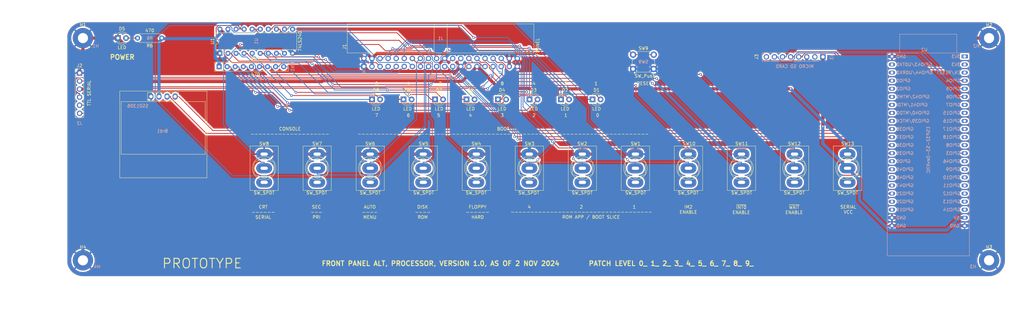
<source format=kicad_pcb>
(kicad_pcb (version 20240108) (generator "pcbnew") (generator_version "8.0")
  (layers (0 "F.Cu" signal) (31 "B.Cu" signal) (34 "B.Paste" user) (35 "F.Paste" user) (36 "B.SilkS" user "B.Silkscreen") (37 "F.SilkS" user "F.Silkscreen") (38 "B.Mask" user) (39 "F.Mask" user) (44 "Edge.Cuts" user))
  (net 0 "")
  (net 1 "GND")
  (net 2 "VCC")
  (net 3 "I2C_SDA_1")
  (net 4 "I2C_SCL_1")
  (net 5 "Net-(D1-K)")
  (net 6 "Net-(D1-A)")
  (net 7 "Net-(D2-K)")
  (net 8 "Net-(D2-A)")
  (net 9 "Net-(D3-A)")
  (net 10 "Net-(D3-K)")
  (net 11 "Net-(D4-K)")
  (net 12 "Net-(D4-A)")
  (net 13 "Net-(D5-A)")
  (net 14 "Net-(D6-A)")
  (net 15 "Net-(D6-K)")
  (net 16 "Net-(D7-A)")
  (net 17 "Net-(D7-K)")
  (net 18 "Net-(D8-K)")
  (net 19 "/LED0")
  (net 20 "/FP-D0")
  (net 21 "/LED1")
  (net 22 "/FP-D1")
  (net 23 "/LED2")
  (net 24 "/FP-D2")
  (net 25 "/LED3")
  (net 26 "/FP-D3")
  (net 27 "/LED4")
  (net 28 "/FP-D4")
  (net 29 "/LED5")
  (net 30 "/FP-D5")
  (net 31 "/LED6")
  (net 32 "/FP-D6")
  (net 33 "/LED7")
  (net 34 "/FP-D7")
  (net 35 "I2C_SDA")
  (net 36 "I2C_SCL")
  (net 37 "~{EXT_RES}")
  (net 38 "~{IM2-EN}")
  (net 39 "~{RTS}")
  (net 40 "~{IM2-EN-OE}")
  (net 41 "/VCC-TS")
  (net 42 "~{INT0-EN}")
  (net 43 "RX")
  (net 44 "~{INT0}")
  (net 45 "TX")
  (net 46 "~{WAIT-EN}")
  (net 47 "~{CTS}")
  (net 48 "~{WAIT}")
  (net 49 "Net-(D8-A)")
  (net 50 "Net-(D9-K)")
  (net 51 "Net-(D9-A)")
  (net 52 "DO")
  (net 53 "CS")
  (net 55 "DI")
  (net 56 "CLK")
  (footprint "Connector_IDC:IDC-Header_2x20_P2.54mm_Horizontal" (layer "F.Cu") (at 128.37 163.9475 90)
    (property "Reference" "J1")
    (property "Value" "FPANEL")
  )
  (footprint "Connector_PinHeader_2.54mm:PinHeader_1x06_P2.54mm_Vertical" (layer "F.Cu") (at 38.937 165.992)
    (property "Reference" "J2")
    (property "Value" "TTL SERIAL")
  )
  (footprint "MountingHole:MountingHole_3.2mm_M3_Pad" (layer "F.Cu") (at 40 155)
    (property "Reference" "H1")
    (property "Value" "MountingHole" (hide yes))
  )
  (footprint "MountingHole:MountingHole_3.2mm_M3_Pad" (layer "F.Cu") (at 325 155)
    (property "Reference" "H2")
    (property "Value" "MountingHole" (hide yes))
  )
  (footprint "MountingHole:MountingHole_3.2mm_M3_Pad" (layer "F.Cu") (at 325 225)
    (property "Reference" "H3")
    (property "Value" "MountingHole" (hide yes))
  )
  (footprint "MountingHole:MountingHole_3.2mm_M3_Pad" (layer "F.Cu") (at 40 225)
    (property "Reference" "H4")
    (property "Value" "MountingHole" (hide yes))
  )
  (footprint "LED_THT:LED_D3.0mm" (layer "F.Cu") (at 51 155)
    (property "Reference" "D5")
    (property "Value" "LED")
  )
  (footprint "Resistor_THT:R_Axial_DIN0207_L6.3mm_D2.5mm_P7.62mm_Horizontal" (layer "F.Cu") (at 64.81 155 180)
    (property "Reference" "R6")
    (property "Value" "470")
  )
  (footprint "LED_THT:LED_D3.0mm" (layer "F.Cu") (at 170.549 174.327)
    (property "Reference" "D4")
    (property "Value" "LED")
  )
  (footprint "Button_Switch_THT:SW_PUSH_6mm" (layer "F.Cu") (at 213.031 160.222)
    (property "Reference" "SW9")
    (property "Value" "SW_Push")
  )
  (footprint "LED_THT:LED_D3.0mm" (layer "F.Cu") (at 160.6431 174.327)
    (property "Reference" "D6")
    (property "Value" "LED")
  )
  (footprint "LED_THT:LED_D3.0mm" (layer "F.Cu") (at 180.4549 174.3293)
    (property "Reference" "D3")
    (property "Value" "LED")
  )
  (footprint "Package_DIP:DIP-20_W7.62mm" (layer "F.Cu") (at 83.075 159.8 90)
    (property "Reference" "U1")
    (property "Value" "74LS240")
  )
  (footprint "SW_Toggle_Blue_wSlots:SW_Toggle_Blue_wSlots" (layer "F.Cu") (at 97 196 -90)
    (property "Reference" "SW8")
    (property "Value" "SW_SPDT")
  )
  (footprint "SW_Toggle_Blue_wSlots:SW_Toggle_Blue_wSlots" (layer "F.Cu") (at 180.405 196 -90)
    (property "Reference" "SW3")
    (property "Value" "SW_SPDT")
  )
  (footprint "SW_Toggle_Blue_wSlots:SW_Toggle_Blue_wSlots" (layer "F.Cu") (at 113.681 196 -90)
    (property "Reference" "SW7")
    (property "Value" "SW_SPDT")
  )
  (footprint "SW_Toggle_Blue_wSlots:SW_Toggle_Blue_wSlots" (layer "F.Cu") (at 213.767 196 -90)
    (property "Reference" "SW1")
    (property "Value" "SW_SPDT")
  )
  (footprint "SW_Toggle_Blue_wSlots:SW_Toggle_Blue_wSlots" (layer "F.Cu") (at 147.043 196 -90)
    (property "Reference" "SW5")
    (property "Value" "SW_SPDT")
  )
  (footprint "LED_THT:LED_D3.0mm" (layer "F.Cu") (at 190.3608 174.3288)
    (property "Reference" "D2")
    (property "Value" "LED")
  )
  (footprint "SW_Toggle_Blue_wSlots:SW_Toggle_Blue_wSlots" (layer "F.Cu") (at 230.448 196 -90)
    (property "Reference" "SW10")
    (property "Value" "SW_SPDT")
  )
  (footprint "LED_THT:LED_D3.0mm" (layer "F.Cu") (at 150.7373 174.3288)
    (property "Reference" "D7")
    (property "Value" "LED")
  )
  (footprint "SW_Toggle_Blue_wSlots:SW_Toggle_Blue_wSlots" (layer "F.Cu") (at 130.362 196 -90)
    (property "Reference" "SW6")
    (property "Value" "SW_SPDT")
  )
  (footprint "SW_Toggle_Blue_wSlots:SW_Toggle_Blue_wSlots" (layer "F.Cu") (at 247.129 196 -90)
    (property "Reference" "SW11")
    (property "Value" "SW_SPDT")
  )
  (footprint "Resistor_THT:R_Array_SIP9" (layer "F.Cu") (at 82.825 164)
    (property "Reference" "RN1")
    (property "Value" "470")
  )
  (footprint "LED_THT:LED_D3.0mm" (layer "F.Cu") (at 140.8314 174.327)
    (property "Reference" "D8")
    (property "Value" "LED")
  )
  (footprint "LED_THT:LED_D3.0mm" (layer "F.Cu") (at 200.2666 174.327)
    (property "Reference" "D1")
    (property "Value" "LED")
  )
  (footprint "SW_Toggle_Blue_wSlots:SW_Toggle_Blue_wSlots" (layer "F.Cu") (at 197.086 196 -90)
    (property "Reference" "SW2")
    (property "Value" "SW_SPDT")
  )
  (footprint "LED_THT:LED_D3.0mm" (layer "F.Cu") (at 130.9255 174.327)
    (property "Reference" "D9")
    (property "Value" "LED")
  )
  (footprint "SSD1306:128x64OLED" (layer "F.Cu") (at 65 184)
    (property "Reference" "Brd1")
    (property "Value" "SSD1306")
  )
  (footprint "SW_Toggle_Blue_wSlots:SW_Toggle_Blue_wSlots" (layer "F.Cu") (at 280.491 196 -90)
    (property "Reference" "SW13")
    (property "Value" "SW_SPDT")
  )
  (footprint "SW_Toggle_Blue_wSlots:SW_Toggle_Blue_wSlots" (layer "F.Cu") (at 263.81 196 -90)
    (property "Reference" "SW12")
    (property "Value" "SW_SPDT")
  )
  (footprint "SW_Toggle_Blue_wSlots:SW_Toggle_Blue_wSlots" (layer "F.Cu") (at 163.724 196 -90)
    (property "Reference" "SW4")
    (property "Value" "SW_SPDT")
  )
  (footprint "Connector_PinSocket_2.54mm:PinSocket_1x08_P2.54mm_Vertical" (layer "B.Cu") (at 272.744 160.912 90)
    (property "Reference" "J3")
    (property "Value" "MICRO SD CARD")
  )
  (footprint "Espressif:ESP32-S3-DevKitC" (layer "B.Cu") (at 317.3173 160.7877 180)
    (property "Reference" "U2")
    (property "Value" "ESP32-S3-DevKitC")
  )
  (gr_line (start 40 230) (end 325 230) (stroke (width 0.05)) (layer "Edge.Cuts"))
  (gr_line (start 35 155) (end 35 225) (stroke (width 0.05)) (layer "Edge.Cuts"))
  (gr_line (start 325 150) (end 40 150) (stroke (width 0.05)) (layer "Edge.Cuts"))
  (gr_line (start 330 225) (end 330 155) (stroke (width 0.05)) (layer "Edge.Cuts"))
  (gr_arc (start 325 150) (mid 328.535534 151.464466) (end 330 155) (stroke (width 0.05)) (layer "Edge.Cuts"))
  (gr_arc (start 40 230) (mid 36.464466 228.535534) (end 35 225) (stroke (width 0.05)) (layer "Edge.Cuts"))
  (gr_arc (start 35 155) (mid 36.464466 151.464466) (end 40 150) (stroke (width 0.05)) (layer "Edge.Cuts"))
  (gr_arc (start 330 225) (mid 328.535534 228.535534) (end 325 230) (stroke (width 0.05)) (layer "Edge.Cuts"))
  (gr_text "FRONT PANEL ALT, PROCESSOR, VERSION 1.0, AS OF 2 NOV 2024" (at 152.5 226 0) (layer "F.SilkS") (effects (font (size 1.5 1.5) (thickness 0.3))))
  (gr_text "~{INT0}\nENABLE" (at 247.066 209.122861 0) (layer "F.SilkS") (effects (font (size 1 1))))
  (gr_text "POWER" (at 52.366487 161 0) (layer "F.SilkS") (effects (font (size 1.5 1.5) (thickness 0.3))))
  (gr_text "4" (at 180.391 208.197056 0) (layer "F.SilkS") (effects (font (size 1 1))))
  (gr_text "8" (at 132.378 169.327 0) (layer "F.SilkS") (effects (font (size 1 1))))
  (gr_text "1" (at 161.878 169.327 0) (layer "F.SilkS") (effects (font (size 1 1))))
  (gr_text "2" (at 152.378 169.327 0) (layer "F.SilkS") (effects (font (size 1 1))))
  (gr_text "2" (at 181.878 179.327 0) (layer "F.SilkS") (effects (font (size 1 1))))
  (gr_text "SERIAL\nVCC" (at 280.721 209.002028 0) (layer "F.SilkS") (effects (font (size 1 1))))
  (gr_text "1" (at 201.378 169.327 0) (layer "F.SilkS") (effects (font (size 1 1))))
  (gr_text "2" (at 191.878 169.327 0) (layer "F.SilkS") (effects (font (size 1 1))))
  (gr_text "1" (at 191.878 179.327 0) (layer "F.SilkS") (effects (font (size 1 1))))
  (gr_text "SEC\n---\nPRI" (at 113.462 209.807 0) (layer "F.SilkS") (effects (font (size 1 1))))
  (gr_text "DISK\n----\nROM" (at 146.863 209.807 0) (layer "F.SilkS") (effects (font (size 1 1))))
  (gr_text "------------------------------------\n        ROM APP / BOOT SLICE" (at 196.774 210.569 0) (layer "F.SilkS") (effects (font (size 1 1))))
  (gr_text "PATCH LEVEL 0_ 1_ 2_ 3_ 4_ 5_ 6_ 7_ 8_ 9_" (at 225 226 0) (layer "F.SilkS") (effects (font (size 1.5 1.5) (thickness 0.3))))
  (gr_text "7" (at 132.378 179.327 0) (layer "F.SilkS") (effects (font (size 1 1))))
  (gr_text "PROTOTYPE" (at 77.5 226 0) (layer "F.SilkS") (effects (font (size 3 3) (thickness 0.3))))
  (gr_text "4" (at 181.878 169.327 0) (layer "F.SilkS") (effects (font (size 1 1))))
  (gr_text "BOOT\n--------------------------------------------------------------------------" (at 172.16 184.407 0) (layer "F.SilkS") (effects (font (size 1 1))))
  (gr_text "1" (at 213.411 208.197056 0) (layer "F.SilkS") (effects (font (size 1 1))))
  (gr_text "5" (at 151.878 179.327 0) (layer "F.SilkS") (effects (font (size 1 1))))
  (gr_text "AUTO\n----\nMENU" (at 130.226 209.807 0) (layer "F.SilkS") (effects (font (size 1 1))))
  (gr_text "2" (at 196.774 208.197056 0) (layer "F.SilkS") (effects (font (size 1 1))))
  (gr_text "8" (at 171.878 169.327 0) (layer "F.SilkS") (effects (font (size 1 1))))
  (gr_text "FLOPPY\n------\nHARD" (at 164.135 209.807 0) (layer "F.SilkS") (effects (font (size 1 1))))
  (gr_text "4" (at 142.378 169.327 0) (layer "F.SilkS") (effects (font (size 1 1))))
  (gr_text "RESET" (at 216.483 169.294 0) (layer "F.SilkS") (effects (font (size 1 1))))
  (gr_text "CRT\n------\nSERIAL" (at 96.722 209.807 0) (layer "F.SilkS") (effects (font (size 1 1))))
  (gr_text "~{WAIT}\nENABLE" (at 263.703 209.122861 0) (layer "F.SilkS") (effects (font (size 1 1))))
  (gr_text "3" (at 171.878 179.327 0) (layer "F.SilkS") (effects (font (size 1 1))))
  (gr_text "4" (at 161.878 179.327 0) (layer "F.SilkS") (effects (font (size 1 1))))
  (gr_text "CONSOLE\n--------------------" (at 105.104 184.407 0) (layer "F.SilkS") (effects (font (size 1 1))))
  (gr_text "IM2\nENABLE" (at 230.429 209.002028 0) (layer "F.SilkS") (effects (font (size 1 1))))
  (gr_text "6" (at 142.378 179.327 0) (layer "F.SilkS") (effects (font (size 1 1))))
  (gr_text "0" (at 201.878 179.327 0) (layer "F.SilkS") (effects (font (size 1 1))))
  (segment (start 197.086 191.55) (end 200.2861 191.55) (width 1) (layer "F.Cu") (net 1))
  (segment (start 130.362 191.55) (end 133.5621 191.55) (width 1) (layer "F.Cu") (net 1))
  (segment (start 157.294 165.5035) (end 129.926 165.5035) (width 1) (layer "F.Cu") (net 1))
  (segment (start 213.767 191.55) (end 210.5669 191.55) (width 1) (layer "F.Cu") (net 1))
  (segment (start 128.37 161.4075) (end 126.7625 159.8) (width 1) (layer "F.Cu") (net 1))
  (segment (start 55.8 159.8) (end 51 155) (width 1) (layer "F.Cu") (net 1))
  (segment (start 40 163.3789) (end 38.937 164.4419) (width 1) (layer "F.Cu") (net 1))
  (segment (start 38.937 165.992) (end 38.937 164.4419) (width 1) (layer "F.Cu") (net 1))
  (segment (start 143.8429 191.55) (end 133.5621 191.55) (width 1) (layer "F.Cu") (net 1))
  (segment (start 147.043 191.55) (end 163.724 191.55) (width 1) (layer "F.Cu") (net 1))
  (segment (start 294.4573 160.7877) (end 296.1574 160.7877) (width 1) (layer "F.Cu") (net 1))
  (segment (start 296.1574 214.125) (end 296.1574 211.5877) (width 1) (layer "F.Cu") (net 1))
  (segment (start 317.321 214.125) (end 315.6209 214.125) (width 1) (layer "F.Cu") (net 1))
  (segment (start 325 155) (end 301.9451 155) (width 1) (layer "F.Cu") (net 1))
  (segment (start 83.075 159.8) (end 55.8 159.8) (width 1) (layer "F.Cu") (net 1))
  (segment (start 210.5669 191.55) (end 200.2861 191.55) (width 1) (layer "F.Cu") (net 1))
  (segment (start 176.63 161.4075) (end 176.63 163.9475) (width 1) (layer "F.Cu") (net 1))
  (segment (start 296.1574 214.1277) (end 296.1574 214.125) (width 1) (layer "F.Cu") (net 1))
  (segment (start 130.362 191.55) (end 113.681 191.55) (width 1) (layer "F.Cu") (net 1))
  (segment (start 163.724 191.55) (end 166.9241 191.55) (width 1) (layer "F.Cu") (net 1))
  (segment (start 40 155) (end 40 163.3789) (width 1) (layer "F.Cu") (net 1))
  (segment (start 294.4573 214.1277) (end 296.1574 214.1277) (width 1) (layer "F.Cu") (net 1))
  (segment (start 147.043 191.55) (end 143.8429 191.55) (width 1) (layer "F.Cu") (net 1))
  (segment (start 315.6209 214.125) (end 296.1574 214.125) (width 1) (layer "F.Cu") (net 1))
  (segment (start 51 155) (end 40 155) (width 1) (layer "F.Cu") (net 1))
  (segment (start 158.85 163.9475) (end 157.294 165.5035) (width 1) (layer "F.Cu") (net 1))
  (segment (start 105.935 159.8) (end 107.4351 159.8) (width 1) (layer "F.Cu") (net 1))
  (segment (start 301.9451 155) (end 296.1574 160.7877) (width 1) (layer "F.Cu") (net 1))
  (segment (start 129.926 165.5035) (end 128.37 163.9475) (width 1) (layer "F.Cu") (net 1))
  (segment (start 294.4573 211.5877) (end 296.1574 211.5877) (width 1) (layer "F.Cu") (net 1))
  (segment (start 113.681 191.55) (end 97 191.55) (width 1) (layer "F.Cu") (net 1))
  (segment (start 126.7625 159.8) (end 107.4351 159.8) (width 1) (layer "F.Cu") (net 1))
  (segment (start 180.405 191.55) (end 197.086 191.55) (width 1) (layer "F.Cu") (net 1))
  (segment (start 166.9241 191.55) (end 180.405 191.55) (width 1) (layer "F.Cu") (net 1))
  (segment (start 40 194.03) (end 40 225) (width 1) (layer "B.Cu") (net 1))
  (segment (start 219.531 164.722) (end 265.4041 164.722) (width 1) (layer "B.Cu") (net 1))
  (segment (start 60.63 166.2301) (end 51 156.6001) (width 1) (layer "B.Cu") (net 1))
  (segment (start 61.38 173.4) (end 60.63 173.4) (width 1) (layer "B.Cu") (net 1))
  (segment (start 158.85 163.9475) (end 158.85 164.7719) (width 1) (layer "B.Cu") (net 1))
  (segment (start 51 155) (end 51 156.6001) (width 1) (layer "B.Cu") (net 1))
  (segment (start 267.664 160.912) (end 267.664 162.4621) (width 1) (layer "B.Cu") (net 1))
  (segment (start 265.4041 164.722) (end 267.664 162.4621) (width 1) (layer "B.Cu") (net 1))
  (segment (start 213.767 189.2499) (end 212.7931 188.276) (width 1) (layer "B.Cu") (net 1))
  (segment (start 317.321 214.125) (end 319.0211 214.125) (width 1) (layer "B.Cu") (net 1))
  (segment (start 212.7931 164.9599) (end 213.031 164.722) (width 1) (layer "B.Cu") (net 1))
  (segment (start 294.4573 211.5877) (end 292.7572 211.5877) (width 1) (layer "B.Cu") (net 1))
  (segment (start 292.7572 211.5877) (end 292.7572 164.1365) (width 1) (layer "B.Cu") (net 1))
  (segment (start 60.63 173.4) (end 40 194.03) (width 1) (layer "B.Cu") (net 1))
  (segment (start 168.5728 172.0047) (end 176.63 163.9475) (width 1) (layer "B.Cu") (net 1))
  (segment (start 294.4573 160.7877) (end 292.7572 160.7877) (width 1) (layer "B.Cu") (net 1))
  (segment (start 319.0211 219.0211) (end 319.0211 214.125) (width 1) (layer "B.Cu") (net 1))
  (segment (start 83.075 159.8) (end 83.075 158.2999) (width 1) (layer "B.Cu") (net 1))
  (segment (start 158.85 164.7719) (end 166.0828 172.0047) (width 1) (layer "B.Cu") (net 1))
  (segment (start 180.405 191.55) (end 180.405 187.2281) (width 1) (layer "B.Cu") (net 1))
  (segment (start 155.3202 159.8573) (end 175.0798 159.8573) (width 1) (layer "B.Cu") (net 1))
  (segment (start 325 225) (end 319.0211 219.0211) (width 1) (layer "B.Cu") (net 1))
  (segment (start 153.77 161.4075) (end 155.3202 159.8573) (width 1) (layer "B.Cu") (net 1))
  (segment (start 83.075 158.2999) (end 85.615 155.7599) (width 1) (layer "B.Cu") (net 1))
  (segment (start 212.7931 188.276) (end 212.7931 164.9599) (width 1) (layer "B.Cu") (net 1))
  (segment (start 166.0828 172.0047) (end 168.5728 172.0047) (width 1) (layer "B.Cu") (net 1))
  (segment (start 85.615 155.7599) (end 85.615 152.18) (width 1) (layer "B.Cu") (net 1))
  (segment (start 180.405 187.2281) (end 168.5728 175.3959) (width 1) (layer "B.Cu") (net 1))
  (segment (start 101.8949 155.7599) (end 85.615 155.7599) (width 1) (layer "B.Cu") (net 1))
  (segment (start 128.37 161.4075) (end 128.37 163.9475) (width 1) (layer "B.Cu") (net 1))
  (segment (start 213.031 164.722) (end 219.531 164.722) (width 1) (layer "B.Cu") (net 1))
  (segment (start 175.0798 159.8573) (end 176.63 161.4075) (width 1) (layer "B.Cu") (net 1))
  (segment (start 60.63 173.4) (end 60.63 166.2301) (width 1) (layer "B.Cu") (net 1))
  (segment (start 267.664 162.4621) (end 291.0828 162.4621) (width 1) (layer "B.Cu") (net 1))
  (segment (start 291.0828 162.4621) (end 292.7572 160.7877) (width 1) (layer "B.Cu") (net 1))
  (segment (start 292.7572 164.1365) (end 291.0828 162.4621) (width 1) (layer "B.Cu") (net 1))
  (segment (start 105.935 159.8) (end 101.8949 155.7599) (width 1) (layer "B.Cu") (net 1))
  (segment (start 168.5728 175.3959) (end 168.5728 172.0047) (width 1) (layer "B.Cu") (net 1))
  (segment (start 213.767 191.55) (end 213.767 189.2499) (width 1) (layer "B.Cu") (net 1))
  (segment (start 89.0222 158.1272) (end 127.6297 158.1272) (width 1) (layer "F.Cu") (net 2))
  (segment (start 195.6537 162.4982) (end 272.7079 162.4982) (width 1) (layer "F.Cu") (net 2))
  (segment (start 175.6752 159.8223) (end 192.9778 159.8223) (width 1) (layer "F.Cu") (net 2))
  (segment (start 272.744 160.912) (end 272.744 162.4621) (width 1) (layer "F.Cu") (net 2))
  (segment (start 127.6297 158.1272) (end 130.91 161.4075) (width 1) (layer "F.Cu") (net 2))
  (segment (start 83.075 152.18) (end 89.0222 158.1272) (width 1) (layer "F.Cu") (net 2))
  (segment (start 174.09 163.9475) (end 174.09 161.4075) (width 1) (layer "F.Cu") (net 2))
  (segment (start 132.4648 159.8527) (end 130.91 161.4075) (width 1) (layer "F.Cu") (net 2))
  (segment (start 172.5352 159.8527) (end 132.4648 159.8527) (width 1) (layer "F.Cu") (net 2))
  (segment (start 272.7079 162.4982) (end 272.744 162.4621) (width 1) (layer "F.Cu") (net 2))
  (segment (start 192.9778 159.8223) (end 195.6537 162.4982) (width 1) (layer "F.Cu") (net 2))
  (segment (start 272.7079 162.4982) (end 272.7079 182.8109) (width 1) (layer "F.Cu") (net 2))
  (segment (start 174.09 161.4075) (end 175.6752 159.8223) (width 1) (layer "F.Cu") (net 2))
  (segment (start 174.09 161.4075) (end 172.5352 159.8527) (width 1) (layer "F.Cu") (net 2))
  (via (at 272.7079 182.8109) (size 0.8) (drill 0.4) (layers "F.Cu" "B.Cu") (net 2))
  (segment (start 64.9903 155.1803) (end 64.81 155) (width 1) (layer "B.Cu") (net 2))
  (segment (start 284.2371 199.7461) (end 280.491 196) (width 1) (layer "B.Cu") (net 2))
  (segment (start 63.92 156.2506) (end 64.9903 155.1803) (width 1) (layer "B.Cu") (net 2))
  (segment (start 272.7079 188.2169) (end 272.7079 182.8109) (width 1) (layer "B.Cu") (net 2))
  (segment (start 293.5274 215.4438) (end 284.2371 206.1535) (width 1) (layer "B.Cu") (net 2))
  (segment (start 83.075 152.18) (end 83.075 153.6801) (width 1) (layer "B.Cu") (net 2))
  (segment (start 315.6209 211.585) (end 311.7621 215.4438) (width 1) (layer "B.Cu") (net 2))
  (segment (start 63.92 173.4) (end 63.92 156.2506) (width 1) (layer "B.Cu") (net 2))
  (segment (start 82.825 162.4999) (end 81.5748 161.2497) (width 1) (layer "B.Cu") (net 2))
  (segment (start 284.2371 206.1535) (end 284.2371 199.7461) (width 1) (layer "B.Cu") (net 2))
  (segment (start 81.5748 155.1803) (end 83.075 153.6801) (width 1) (layer "B.Cu") (net 2))
  (segment (start 81.5748 161.2497) (end 81.5748 155.1803) (width 1) (layer "B.Cu") (net 2))
  (segment (start 311.7621 215.4438) (end 293.5274 215.4438) (width 1) (layer "B.Cu") (net 2))
  (segment (start 130.91 161.4075) (end 130.91 163.9475) (width 1) (layer "B.Cu") (net 2))
  (segment (start 280.491 196) (end 272.7079 188.2169) (width 1) (layer "B.Cu") (net 2))
  (segment (start 81.5748 155.1803) (end 64.9903 155.1803) (width 1) (layer "B.Cu") (net 2))
  (segment (start 317.321 211.585) (end 315.6209 211.585) (width 1) (layer "B.Cu") (net 2))
  (segment (start 82.825 164) (end 82.825 162.4999) (width 1) (layer "B.Cu") (net 2))
  (segment (start 80.8479 184.1228) (end 70.1251 173.4) (width 0.25) (layer "F.Cu") (net 3))
  (segment (start 291.0673 184.1228) (end 80.8479 184.1228) (width 0.25) (layer "F.Cu") (net 3))
  (segment (start 69 173.4) (end 70.1251 173.4) (width 0.25) (layer "F.Cu") (net 3))
  (segment (start 293.1322 186.1877) (end 291.0673 184.1228) (width 0.25) (layer "F.Cu") (net 3))
  (segment (start 294.4573 186.1877) (end 293.1322 186.1877) (width 0.25) (layer "F.Cu") (net 3))
  (segment (start 67.5851 173.4) (end 67.5851 173.8219) (width 0.25) (layer "F.Cu") (net 4))
  (segment (start 67.5851 173.8219) (end 78.7863 185.0231) (width 0.25) (layer "F.Cu") (net 4))
  (segment (start 66.46 173.4) (end 67.5851 173.4) (width 0.25) (layer "F.Cu") (net 4))
  (segment (start 78.7863 185.0231) (end 289.4276 185.0231) (width 0.25) (layer "F.Cu") (net 4))
  (segment (start 289.4276 185.0231) (end 293.1322 188.7277) (width 0.25) (layer "F.Cu") (net 4))
  (segment (start 294.4573 188.7277) (end 293.1322 188.7277) (width 0.25) (layer "F.Cu") (net 4))
  (segment (start 200.2666 174.327) (end 199.0415 174.327) (width 0.25) (layer "B.Cu") (net 5))
  (segment (start 89.2801 152.18) (end 89.2801 151.8987) (width 0.25) (layer "B.Cu") (net 5))
  (segment (start 89.2801 151.8987) (end 90.6006 150.5782) (width 0.25) (layer "B.Cu") (net 5))
  (segment (start 88.155 152.18) (end 89.2801 152.18) (width 0.25) (layer "B.Cu") (net 5))
  (segment (start 90.6006 150.5782) (end 175.2927 150.5782) (width 0.25) (layer "B.Cu") (net 5))
  (segment (start 175.2927 150.5782) (end 199.0415 174.327) (width 0.25) (layer "B.Cu") (net 5))
  (segment (start 99.73 172.1066) (end 94.3154 172.1066) (width 0.25) (layer "F.Cu") (net 6))
  (segment (start 173.7308 176.0709) (end 103.6943 176.0709) (width 0.25) (layer "F.Cu") (net 6))
  (segment (start 177.15 172.6517) (end 173.7308 176.0709) (width 0.25) (layer "F.Cu") (net 6))
  (segment (start 103.6943 176.0709) (end 99.73 172.1066) (width 0.25) (layer "F.Cu") (net 6))
  (segment (start 201.1313 172.6517) (end 177.15 172.6517) (width 0.25) (layer "F.Cu") (net 6))
  (segment (start 202.8066 174.327) (end 201.1313 172.6517) (width 0.25) (layer "F.Cu") (net 6))
  (via (at 94.3154 172.1066) (size 0.8) (drill 0.4) (layers "F.Cu" "B.Cu") (net 6))
  (segment (start 85.365 164) (end 86.4901 164) (width 0.25) (layer "B.Cu") (net 6))
  (segment (start 86.4901 164.2813) (end 94.3154 172.1066) (width 0.25) (layer "B.Cu") (net 6))
  (segment (start 86.4901 164) (end 86.4901 164.2813) (width 0.25) (layer "B.Cu") (net 6))
  (segment (start 139.4358 155.695) (end 97.5938 155.695) (width 0.25) (layer "F.Cu") (net 7))
  (segment (start 97.5938 155.695) (end 94.3601 152.4613) (width 0.25) (layer "F.Cu") (net 7))
  (segment (start 94.3601 152.4613) (end 94.3601 152.18) (width 0.25) (layer "F.Cu") (net 7))
  (segment (start 177.4026 157.4738) (end 143.6347 157.4738) (width 0.25) (layer "F.Cu") (net 7))
  (segment (start 143.6347 157.4738) (end 143.0697 158.0388) (width 0.25) (layer "F.Cu") (net 7))
  (segment (start 143.0697 158.0388) (end 141.7796 158.0388) (width 0.25) (layer "F.Cu") (net 7))
  (segment (start 93.235 152.18) (end 94.3601 152.18) (width 0.25) (layer "F.Cu") (net 7))
  (segment (start 141.7796 158.0388) (end 139.4358 155.695) (width 0.25) (layer "F.Cu") (net 7))
  (via (at 177.4026 157.4738) (size 0.8) (drill 0.4) (layers "F.Cu" "B.Cu") (net 7))
  (segment (start 190.3608 174.3288) (end 190.3608 170.432) (width 0.25) (layer "B.Cu") (net 7))
  (segment (start 190.3608 170.432) (end 177.4026 157.4738) (width 0.25) (layer "B.Cu") (net 7))
  (segment (start 174.1349 176.5282) (end 101.2769 176.5282) (width 0.25) (layer "F.Cu") (net 8))
  (segment (start 177.5594 173.1037) (end 174.1349 176.5282) (width 0.25) (layer "F.Cu") (net 8))
  (segment (start 191.6757 173.1037) (end 177.5594 173.1037) (width 0.25) (layer "F.Cu") (net 8))
  (segment (start 192.9008 174.3288) (end 191.6757 173.1037) (width 0.25) (layer "F.Cu") (net 8))
  (via (at 101.2769 176.5282) (size 0.8) (drill 0.4) (layers "F.Cu" "B.Cu") (net 8))
  (segment (start 89.0301 164) (end 89.0301 164.2814) (width 0.25) (layer "B.Cu") (net 8))
  (segment (start 87.905 164) (end 89.0301 164) (width 0.25) (layer "B.Cu") (net 8))
  (segment (start 89.0301 164.2814) (end 101.2769 176.5282) (width 0.25) (layer "B.Cu") (net 8))
  (segment (start 179.5923 177.7319) (end 105.0207 177.7319) (width 0.25) (layer "F.Cu") (net 9))
  (segment (start 182.9949 174.3293) (end 179.5923 177.7319) (width 0.25) (layer "F.Cu") (net 9))
  (via (at 105.0207 177.7319) (size 0.8) (drill 0.4) (layers "F.Cu" "B.Cu") (net 9))
  (segment (start 91.5701 164.2813) (end 91.5701 164) (width 0.25) (layer "B.Cu") (net 9))
  (segment (start 105.0207 177.7319) (end 91.5701 164.2813) (width 0.25) (layer "B.Cu") (net 9))
  (segment (start 90.445 164) (end 91.5701 164) (width 0.25) (layer "B.Cu") (net 9))
  (segment (start 100.295 151.0438) (end 159.0996 151.0438) (width 0.25) (layer "F.Cu") (net 10))
  (segment (start 159.0996 151.0438) (end 162.8884 154.8326) (width 0.25) (layer "F.Cu") (net 10))
  (segment (start 99.4401 151.8987) (end 100.295 151.0438) (width 0.25) (layer "F.Cu") (net 10))
  (segment (start 99.4401 152.18) (end 99.4401 151.8987) (width 0.25) (layer "F.Cu") (net 10))
  (segment (start 98.315 152.18) (end 99.4401 152.18) (width 0.25) (layer "F.Cu") (net 10))
  (via (at 162.8884 154.8326) (size 0.8) (drill 0.4) (layers "F.Cu" "B.Cu") (net 10))
  (segment (start 180.4549 174.3293) (end 180.4549 173.1042) (width 0.25) (layer "B.Cu") (net 10))
  (segment (start 180.4549 161.6343) (end 180.4549 173.1042) (width 0.25) (layer "B.Cu") (net 10))
  (segment (start 162.8884 154.8326) (end 173.6532 154.8326) (width 0.25) (layer "B.Cu") (net 10))
  (segment (start 173.6532 154.8326) (end 180.4549 161.6343) (width 0.25) (layer "B.Cu") (net 10))
  (segment (start 171.7741 173.8676) (end 171.7741 174.327) (width 0.25) (layer "F.Cu") (net 11))
  (segment (start 170.549 174.327) (end 171.7741 174.327) (width 0.25) (layer "F.Cu") (net 11))
  (segment (start 173.7152 171.9265) (end 171.7741 173.8676) (width 0.25) (layer "F.Cu") (net 11))
  (segment (start 179.5767 171.9265) (end 173.7152 171.9265) (width 0.25) (layer "F.Cu") (net 11))
  (via (at 179.5767 171.9265) (size 0.8) (drill 0.4) (layers "F.Cu" "B.Cu") (net 11))
  (segment (start 174.1416 155.9577) (end 179.5767 161.3928) (width 0.25) (layer "B.Cu") (net 11))
  (segment (start 104.5201 152.18) (end 104.5201 151.8987) (width 0.25) (layer "B.Cu") (net 11))
  (segment (start 162.7888 155.9577) (end 174.1416 155.9577) (width 0.25) (layer "B.Cu") (net 11))
  (segment (start 179.5767 161.3928) (end 179.5767 171.9265) (width 0.25) (layer "B.Cu") (net 11))
  (segment (start 105.3904 151.0284) (end 157.8595 151.0284) (width 0.25) (layer "B.Cu") (net 11))
  (segment (start 104.5201 151.8987) (end 105.3904 151.0284) (width 0.25) (layer "B.Cu") (net 11))
  (segment (start 157.8595 151.0284) (end 162.7888 155.9577) (width 0.25) (layer "B.Cu") (net 11))
  (segment (start 103.395 152.18) (end 104.5201 152.18) (width 0.25) (layer "B.Cu") (net 11))
  (segment (start 173.089 174.327) (end 171.8376 175.5784) (width 0.25) (layer "F.Cu") (net 12))
  (segment (start 171.8376 175.5784) (end 104.5634 175.5784) (width 0.25) (layer "F.Cu") (net 12))
  (segment (start 104.5634 175.5784) (end 104.3139 175.3289) (width 0.25) (layer "F.Cu") (net 12))
  (via (at 104.3139 175.3289) (size 0.8) (drill 0.4) (layers "F.Cu" "B.Cu") (net 12))
  (segment (start 92.985 164) (end 104.3139 175.3289) (width 0.25) (layer "B.Cu") (net 12))
  (segment (start 57.19 155) (end 53.54 155) (width 0.25) (layer "F.Cu") (net 13))
  (segment (start 96.6501 164) (end 96.6501 164.2813) (width 0.25) (layer "F.Cu") (net 14))
  (segment (start 98.9724 166.6036) (end 155.4597 166.6036) (width 0.25) (layer "F.Cu") (net 14))
  (segment (start 95.525 164) (end 96.6501 164) (width 0.25) (layer "F.Cu") (net 14))
  (segment (start 96.6501 164.2813) (end 98.9724 166.6036) (width 0.25) (layer "F.Cu") (net 14))
  (via (at 155.4597 166.6036) (size 0.8) (drill 0.4) (layers "F.Cu" "B.Cu") (net 14))
  (segment (start 155.4597 166.6036) (end 163.1831 174.327) (width 0.25) (layer "B.Cu") (net 14))
  (segment (start 160.6431 174.327) (end 159.418 174.327) (width 0.25) (layer "F.Cu") (net 15))
  (segment (start 156.4607 171.3697) (end 135.7549 171.3697) (width 0.25) (layer "F.Cu") (net 15))
  (segment (start 159.418 174.327) (end 156.4607 171.3697) (width 0.25) (layer "F.Cu") (net 15))
  (via (at 135.7549 171.3697) (size 0.8) (drill 0.4) (layers "F.Cu" "B.Cu") (net 15))
  (segment (start 119.1886 171.3697) (end 135.7549 171.3697) (width 0.25) (layer "B.Cu") (net 15))
  (segment (start 110.0853 162.2664) (end 119.1886 171.3697) (width 0.25) (layer "B.Cu") (net 15))
  (segment (start 97.8346 158.6525) (end 97.1336 159.3535) (width 0.25) (layer "B.Cu") (net 15))
  (segment (start 97.1336 160.2239) (end 99.1761 162.2664) (width 0.25) (layer "B.Cu") (net 15))
  (segment (start 99.1761 162.2664) (end 110.0853 162.2664) (width 0.25) (layer "B.Cu") (net 15))
  (segment (start 103.395 159.8) (end 102.2475 158.6525) (width 0.25) (layer "B.Cu") (net 15))
  (segment (start 97.1336 159.3535) (end 97.1336 160.2239) (width 0.25) (layer "B.Cu") (net 15))
  (segment (start 102.2475 158.6525) (end 97.8346 158.6525) (width 0.25) (layer "B.Cu") (net 15))
  (segment (start 140.8142 172.0276) (end 150.9761 172.0276) (width 0.25) (layer "F.Cu") (net 16))
  (segment (start 150.9761 172.0276) (end 153.2773 174.3288) (width 0.25) (layer "F.Cu") (net 16))
  (segment (start 107.0092 172.1004) (end 140.7414 172.1004) (width 0.25) (layer "F.Cu") (net 16))
  (segment (start 140.7414 172.1004) (end 140.8142 172.0276) (width 0.25) (layer "F.Cu") (net 16))
  (via (at 107.0092 172.1004) (size 0.8) (drill 0.4) (layers "F.Cu" "B.Cu") (net 16))
  (segment (start 98.065 164) (end 99.1901 164) (width 0.25) (layer "B.Cu") (net 16))
  (segment (start 99.1901 164.2813) (end 107.0092 172.1004) (width 0.25) (layer "B.Cu") (net 16))
  (segment (start 99.1901 164) (end 99.1901 164.2813) (width 0.25) (layer "B.Cu") (net 16))
  (segment (start 150.7373 174.3288) (end 149.5122 174.3288) (width 0.25) (layer "F.Cu") (net 17))
  (segment (start 142.633 172.7619) (end 147.9453 172.7619) (width 0.25) (layer "F.Cu") (net 17))
  (segment (start 147.9453 172.7619) (end 149.5122 174.3288) (width 0.25) (layer "F.Cu") (net 17))
  (via (at 142.633 172.7619) (size 0.8) (drill 0.4) (layers "F.Cu" "B.Cu") (net 17))
  (segment (start 101.175 161.8162) (end 112.5631 161.8162) (width 0.25) (layer "B.Cu") (net 17))
  (segment (start 140.5157 170.6446) (end 142.633 172.7619) (width 0.25) (layer "B.Cu") (net 17))
  (segment (start 98.315 159.8) (end 99.4401 159.8) (width 0.25) (layer "B.Cu") (net 17))
  (segment (start 99.4401 160.0813) (end 101.175 161.8162) (width 0.25) (layer "B.Cu") (net 17))
  (segment (start 99.4401 159.8) (end 99.4401 160.0813) (width 0.25) (layer "B.Cu") (net 17))
  (segment (start 121.3915 170.6446) (end 140.5157 170.6446) (width 0.25) (layer "B.Cu") (net 17))
  (segment (start 112.5631 161.8162) (end 121.3915 170.6446) (width 0.25) (layer "B.Cu") (net 17))
  (segment (start 139.6063 174.327) (end 138.3812 173.1019) (width 0.25) (layer "F.Cu") (net 18))
  (segment (start 140.8314 174.327) (end 139.6063 174.327) (width 0.25) (layer "F.Cu") (net 18))
  (segment (start 138.3812 173.1019) (end 105.5496 173.1019) (width 0.25) (layer "F.Cu") (net 18))
  (via (at 105.5496 173.1019) (size 0.8) (drill 0.4) (layers "F.Cu" "B.Cu") (net 18))
  (segment (start 94.1133 160.9251) (end 96.9398 163.7516) (width 0.25) (layer "B.Cu") (net 18))
  (segment (start 93.235 160.9251) (end 94.1133 160.9251) (width 0.25) (layer "B.Cu") (net 18))
  (segment (start 93.235 159.8) (end 93.235 160.9251) (width 0.25) (layer "B.Cu") (net 18))
  (segment (start 96.9398 163.7516) (end 96.9398 164.4921) (width 0.25) (layer "B.Cu") (net 18))
  (segment (start 96.9398 164.4921) (end 105.5496 173.1019) (width 0.25) (layer "B.Cu") (net 18))
  (segment (start 86.7401 159.8) (end 86.7401 160.0813) (width 0.25) (layer "F.Cu") (net 19))
  (segment (start 113.1758 162.2753) (end 113.6095 162.709) (width 0.25) (layer "F.Cu") (net 19))
  (segment (start 88.9341 162.2753) (end 113.1758 162.2753) (width 0.25) (layer "F.Cu") (net 19))
  (segment (start 132.2115 162.709) (end 133.45 163.9475) (width 0.25) (layer "F.Cu") (net 19))
  (segment (start 113.6095 162.709) (end 132.2115 162.709) (width 0.25) (layer "F.Cu") (net 19))
  (segment (start 85.615 159.8) (end 86.7401 159.8) (width 0.25) (layer "F.Cu") (net 19))
  (segment (start 86.7401 160.0813) (end 88.9341 162.2753) (width 0.25) (layer "F.Cu") (net 19))
  (segment (start 143.2563 158.4889) (end 137.6782 158.4889) (width 0.25) (layer "F.Cu") (net 20))
  (segment (start 212.0738 194.0749) (end 211.1974 193.1985) (width 0.25) (layer "F.Cu") (net 20))
  (segment (start 180.2556 158.216) (end 177.1194 158.216) (width 0.25) (layer "F.Cu") (net 20))
  (segment (start 213.767 196) (end 213.767 194.0749) (width 0.25) (layer "F.Cu") (net 20))
  (segment (start 143.7908 157.9544) (end 143.2563 158.4889) (width 0.25) (layer "F.Cu") (net 20))
  (segment (start 180.3368 158.1348) (end 180.2556 158.216) (width 0.25) (layer "F.Cu") (net 20))
  (segment (start 213.767 194.0749) (end 212.0738 194.0749) (width 0.25) (layer "F.Cu") (net 20))
  (segment (start 176.8578 157.9544) (end 143.7908 157.9544) (width 0.25) (layer "F.Cu") (net 20))
  (segment (start 137.6782 158.4889) (end 137.4371 158.2478) (width 0.25) (layer "F.Cu") (net 20))
  (segment (start 177.1194 158.216) (end 176.8578 157.9544) (width 0.25) (layer "F.Cu") (net 20))
  (via (at 211.1974 193.1985) (size 0.8) (drill 0.4) (layers "F.Cu" "B.Cu") (net 20))
  (via (at 137.4371 158.2478) (size 0.8) (drill 0.4) (layers "F.Cu" "B.Cu") (net 20))
  (via (at 180.3368 158.1348) (size 0.8) (drill 0.4) (layers "F.Cu" "B.Cu") (net 20))
  (segment (start 134.2774 161.4075) (end 137.4371 158.2478) (width 0.25) (layer "B.Cu") (net 20))
  (segment (start 199.0414 176.8394) (end 180.3368 158.1348) (width 0.25) (layer "B.Cu") (net 20))
  (segment (start 133.45 161.4075) (end 134.2774 161.4075) (width 0.25) (layer "B.Cu") (net 20))
  (segment (start 211.1974 193.1985) (end 199.0414 181.0425) (width 0.25) (layer "B.Cu") (net 20))
  (segment (start 199.0414 181.0425) (end 199.0414 176.8394) (width 0.25) (layer "B.Cu") (net 20))
  (segment (start 91.8201 160.0813) (end 93.4896 161.7508) (width 0.25) (layer "F.Cu") (net 21))
  (segment (start 90.695 159.8) (end 91.8201 159.8) (width 0.25) (layer "F.Cu") (net 21))
  (segment (start 93.4896 161.7508) (end 116.329 161.7508) (width 0.25) (layer "F.Cu") (net 21))
  (segment (start 91.8201 159.8) (end 91.8201 160.0813) (width 0.25) (layer "F.Cu") (net 21))
  (via (at 116.329 161.7508) (size 0.8) (drill 0.4) (layers "F.Cu" "B.Cu") (net 21))
  (segment (start 119.7088 165.1306) (end 116.329 161.7508) (width 0.25) (layer "B.Cu") (net 21))
  (segment (start 135.99 163.9475) (end 134.8069 165.1306) (width 0.25) (layer "B.Cu") (net 21))
  (segment (start 134.8069 165.1306) (end 119.7088 165.1306) (width 0.25) (layer "B.Cu") (net 21))
  (segment (start 195.3068 194.0749) (end 194.2318 192.9999) (width 0.25) (layer "F.Cu") (net 22))
  (segment (start 197.086 194.0749) (end 195.3068 194.0749) (width 0.25) (layer "F.Cu") (net 22))
  (segment (start 197.086 196) (end 197.086 194.0749) (width 0.25) (layer "F.Cu") (net 22))
  (via (at 194.2318 192.9999) (size 0.8) (drill 0.4) (layers "F.Cu" "B.Cu") (net 22))
  (segment (start 174.9152 157.368) (end 163.5624 157.368) (width 0.25) (layer "B.Cu") (net 22))
  (segment (start 178.8516 174.9857) (end 178.8516 161.3044) (width 0.25) (layer "B.Cu") (net 22))
  (segment (start 161.8565 155.6621) (end 141.7354 155.6621) (width 0.25) (layer "B.Cu") (net 22))
  (segment (start 194.2318 192.9999) (end 194.2318 190.3659) (width 0.25) (layer "B.Cu") (net 22))
  (segment (start 163.5624 157.368) (end 161.8565 155.6621) (width 0.25) (layer "B.Cu") (net 22))
  (segment (start 141.7354 155.6621) (end 135.99 161.4075) (width 0.25) (layer "B.Cu") (net 22))
  (segment (start 194.2318 190.3659) (end 178.8516 174.9857) (width 0.25) (layer "B.Cu") (net 22))
  (segment (start 178.8516 161.3044) (end 174.9152 157.368) (width 0.25) (layer "B.Cu") (net 22))
  (segment (start 96.9001 160.0813) (end 97.7509 160.9321) (width 0.25) (layer "F.Cu") (net 23))
  (segment (start 97.7509 160.9321) (end 114.0963 160.9321) (width 0.25) (layer "F.Cu") (net 23))
  (segment (start 95.775 159.8) (end 96.9001 159.8) (width 0.25) (layer "F.Cu") (net 23))
  (segment (start 96.9001 159.8) (end 96.9001 160.0813) (width 0.25) (layer "F.Cu") (net 23))
  (via (at 114.0963 160.9321) (size 0.8) (drill 0.4) (layers "F.Cu" "B.Cu") (net 23))
  (segment (start 136.8949 165.5826) (end 118.7468 165.5826) (width 0.25) (layer "B.Cu") (net 23))
  (segment (start 118.7468 165.5826) (end 114.0963 160.9321) (width 0.25) (layer "B.Cu") (net 23))
  (segment (start 138.53 163.9475) (end 136.8949 165.5826) (width 0.25) (layer "B.Cu") (net 23))
  (segment (start 180.405 194.0749) (end 182.3596 194.0749) (width 0.25) (layer "F.Cu") (net 24))
  (segment (start 182.3596 194.0749) (end 183.0992 193.3353) (width 0.25) (layer "F.Cu") (net 24))
  (segment (start 180.405 196) (end 180.405 194.0749) (width 0.25) (layer "F.Cu") (net 24))
  (via (at 183.0992 193.3353) (size 0.8) (drill 0.4) (layers "F.Cu" "B.Cu") (net 24))
  (segment (start 178.4014 161.4909) (end 178.4014 176.6665) (width 0.25) (layer "B.Cu") (net 24))
  (segment (start 175.9426 159.0321) (end 178.4014 161.4909) (width 0.25) (layer "B.Cu") (net 24))
  (segment (start 142.1652 156.1123) (end 161.67 156.1123) (width 0.25) (layer "B.Cu") (net 24))
  (segment (start 188.4761 186.7412) (end 188.4761 187.9584) (width 0.25) (layer "B.Cu") (net 24))
  (segment (start 138.53 161.4075) (end 138.53 159.7475) (width 0.25) (layer "B.Cu") (net 24))
  (segment (start 164.5898 159.0321) (end 175.9426 159.0321) (width 0.25) (layer "B.Cu") (net 24))
  (segment (start 161.67 156.1123) (end 164.5898 159.0321) (width 0.25) (layer "B.Cu") (net 24))
  (segment (start 178.4014 176.6665) (end 188.4761 186.7412) (width 0.25) (layer "B.Cu") (net 24))
  (segment (start 188.4761 187.9584) (end 183.0992 193.3353) (width 0.25) (layer "B.Cu") (net 24))
  (segment (start 138.53 159.7475) (end 142.1652 156.1123) (width 0.25) (layer "B.Cu") (net 24))
  (segment (start 102.8238 160.9251) (end 112.3855 160.9251) (width 0.25) (layer "B.Cu") (net 25))
  (segment (start 100.855 159.8) (end 101.9801 159.8) (width 0.25) (layer "B.Cu") (net 25))
  (segment (start 138.9804 166.0371) (end 141.07 163.9475) (width 0.25) (layer "B.Cu") (net 25))
  (segment (start 101.9801 160.0814) (end 102.8238 160.9251) (width 0.25) (layer "B.Cu") (net 25))
  (segment (start 112.3855 160.9251) (end 117.4975 166.0371) (width 0.25) (layer "B.Cu") (net 25))
  (segment (start 101.9801 159.8) (end 101.9801 160.0814) (width 0.25) (layer "B.Cu") (net 25))
  (segment (start 117.4975 166.0371) (end 138.9804 166.0371) (width 0.25) (layer "B.Cu") (net 25))
  (segment (start 149.96 161.8648) (end 149.96 160.9989) (width 0.25) (layer "B.Cu") (net 26))
  (segment (start 154.7385 167.6803) (end 152.4102 165.352) (width 0.25) (layer "B.Cu") (net 26))
  (segment (start 145.5497 156.5886) (end 142.3687 156.5886) (width 0.25) (layer "B.Cu") (net 26))
  (segment (start 152.4102 163.4129) (end 151.6684 162.6711) (width 0.25) (layer "B.Cu") (net 26))
  (segment (start 163.724 196) (end 163.724 194.0749) (width 0.25) (layer "B.Cu") (net 26))
  (segment (start 142.3687 156.5886) (end 141.07 157.8873) (width 0.25) (layer "B.Cu") (net 26))
  (segment (start 163.724 194.0749) (end 162.596 194.0749) (width 0.25) (layer "B.Cu") (net 26))
  (segment (start 150.7663 162.6711) (end 149.96 161.8648) (width 0.25) (layer "B.Cu") (net 26))
  (segment (start 162.596 194.0749) (end 154.7385 186.2174) (width 0.25) (layer "B.Cu") (net 26))
  (segment (start 151.6684 162.6711) (end 150.7663 162.6711) (width 0.25) (layer "B.Cu") (net 26))
  (segment (start 154.7385 186.2174) (end 154.7385 167.6803) (width 0.25) (layer "B.Cu") (net 26))
  (segment (start 152.4102 165.352) (end 152.4102 163.4129) (width 0.25) (layer "B.Cu") (net 26))
  (segment (start 149.96 160.9989) (end 145.5497 156.5886) (width 0.25) (layer "B.Cu") (net 26))
  (segment (start 141.07 157.8873) (end 141.07 161.4075) (width 0.25) (layer "B.Cu") (net 26))
  (segment (start 107.0601 152.18) (end 123.3483 152.18) (width 0.25) (layer "B.Cu") (net 27))
  (segment (start 133.0191 162.6775) (end 142.34 162.6775) (width 0.25) (layer "B.Cu") (net 27))
  (segment (start 132.2748 161.1065) (end 132.2748 161.9332) (width 0.25) (layer "B.Cu") (net 27))
  (segment (start 142.34 162.6775) (end 143.61 163.9475) (width 0.25) (layer "B.Cu") (net 27))
  (segment (start 132.2748 161.9332) (end 133.0191 162.6775) (width 0.25) (layer "B.Cu") (net 27))
  (segment (start 123.3483 152.18) (end 132.2748 161.1065) (width 0.25) (layer "B.Cu") (net 27))
  (segment (start 105.935 152.18) (end 107.0601 152.18) (width 0.25) (layer "B.Cu") (net 27))
  (segment (start 149.6304 162.7723) (end 144.9748 162.7723) (width 0.25) (layer "F.Cu") (net 28))
  (segment (start 144.9748 162.7723) (end 143.61 161.4075) (width 0.25) (layer "F.Cu") (net 28))
  (via (at 149.6304 162.7723) (size 0.8) (drill 0.4) (layers "F.Cu" "B.Cu") (net 28))
  (segment (start 147.043 196) (end 147.043 194.0749) (width 0.25) (layer "B.Cu") (net 28))
  (segment (start 147.043 194.0749) (end 148.171 194.0749) (width 0.25) (layer "B.Cu") (net 28))
  (segment (start 148.7355 179.8571) (end 148.7355 166.8277) (width 0.25) (layer "B.Cu") (net 28))
  (segment (start 149.8682 180.9898) (end 148.7355 179.8571) (width 0.25) (layer "B.Cu") (net 28))
  (segment (start 148.7355 166.8277) (end 149.9013 165.6619) (width 0.25) (layer "B.Cu") (net 28))
  (segment (start 149.9013 165.6619) (end 149.9013 163.0432) (width 0.25) (layer "B.Cu") (net 28))
  (segment (start 149.8682 192.3777) (end 149.8682 180.9898) (width 0.25) (layer "B.Cu") (net 28))
  (segment (start 149.9013 163.0432) (end 149.6304 162.7723) (width 0.25) (layer "B.Cu") (net 28))
  (segment (start 148.171 194.0749) (end 149.8682 192.3777) (width 0.25) (layer "B.Cu") (net 28))
  (segment (start 101.9801 152.18) (end 101.9801 152.4614) (width 0.25) (layer "F.Cu") (net 29))
  (segment (start 100.855 152.18) (end 101.9801 152.18) (width 0.25) (layer "F.Cu") (net 29))
  (segment (start 102.8238 153.3051) (end 138.7373 153.3051) (width 0.25) (layer "F.Cu") (net 29))
  (segment (start 138.7373 153.3051) (end 142.7459 157.3137) (width 0.25) (layer "F.Cu") (net 29))
  (segment (start 101.9801 152.4614) (end 102.8238 153.3051) (width 0.25) (layer "F.Cu") (net 29))
  (via (at 142.7459 157.3137) (size 0.8) (drill 0.4) (layers "F.Cu" "B.Cu") (net 29))
  (segment (start 146.15 163.1902) (end 146.15 163.9475) (width 0.25) (layer "B.Cu") (net 29))
  (segment (start 143.7219 157.3137) (end 147.3585 160.9503) (width 0.25) (layer "B.Cu") (net 29))
  (segment (start 142.7459 157.3137) (end 143.7219 157.3137) (width 0.25) (layer "B.Cu") (net 29))
  (segment (start 147.3585 161.9817) (end 146.15 163.1902) (width 0.25) (layer "B.Cu") (net 29))
  (segment (start 147.3585 160.9503) (end 147.3585 161.9817) (width 0.25) (layer "B.Cu") (net 29))
  (segment (start 144.88 180.6849) (end 144.88 162.6775) (width 0.25) (layer "B.Cu") (net 30))
  (segment (start 130.362 194.0749) (end 131.49 194.0749) (width 0.25) (layer "B.Cu") (net 30))
  (segment (start 130.362 196) (end 130.362 194.0749) (width 0.25) (layer "B.Cu") (net 30))
  (segment (start 131.49 194.0749) (end 144.88 180.6849) (width 0.25) (layer "B.Cu") (net 30))
  (segment (start 144.88 162.6775) (end 146.15 161.4075) (width 0.25) (layer "B.Cu") (net 30))
  (segment (start 95.775 152.18) (end 94.6499 152.18) (width 0.25) (layer "B.Cu") (net 31))
  (segment (start 93.806 153.3052) (end 87.6828 153.3052) (width 0.25) (layer "B.Cu") (net 31))
  (segment (start 147.8377 164.7998) (end 148.69 163.9475) (width 0.25) (layer "B.Cu") (net 31))
  (segment (start 67.1801 151.033) (end 62.7364 155.4767) (width 0.25) (layer "B.Cu") (net 31))
  (segment (start 87.1096 198.3893) (end 132.2916 198.3893) (width 0.25) (layer "B.Cu") (net 31))
  (segment (start 87.6828 153.3052) (end 86.885 152.5074) (width 0.25) (layer "B.Cu") (net 31))
  (segment (start 62.7364 174.0161) (end 87.1096 198.3893) (width 0.25) (layer "B.Cu") (net 31))
  (segment (start 62.7364 155.4767) (end 62.7364 174.0161) (width 0.25) (layer "B.Cu") (net 31))
  (segment (start 86.885 151.781) (end 86.137 151.033) (width 0.25) (layer "B.Cu") (net 31))
  (segment (start 147.8377 182.8432) (end 147.8377 164.7998) (width 0.25) (layer "B.Cu") (net 31))
  (segment (start 94.6499 152.4613) (end 93.806 153.3052) (width 0.25) (layer "B.Cu") (net 31))
  (segment (start 86.137 151.033) (end 67.1801 151.033) (width 0.25) (layer "B.Cu") (net 31))
  (segment (start 94.6499 152.18) (end 94.6499 152.4613) (width 0.25) (layer "B.Cu") (net 31))
  (segment (start 132.2916 198.3893) (end 147.8377 182.8432) (width 0.25) (layer "B.Cu") (net 31))
  (segment (start 86.885 152.5074) (end 86.885 151.781) (width 0.25) (layer "B.Cu") (net 31))
  (segment (start 147.3875 182.6481) (end 132.1105 197.9251) (width 0.25) (layer "B.Cu") (net 32))
  (segment (start 147.3875 162.71) (end 147.3875 182.6481) (width 0.25) (layer "B.Cu") (net 32))
  (segment (start 113.681 196) (end 113.681 197.9251) (width 0.25) (layer "B.Cu") (net 32))
  (segment (start 132.1105 197.9251) (end 113.681 197.9251) (width 0.25) (layer "B.Cu") (net 32))
  (segment (start 148.69 161.4075) (end 147.3875 162.71) (width 0.25) (layer "B.Cu") (net 32))
  (segment (start 84.4128 157.3804) (end 84.4128 160.2351) (width 0.25) (layer "F.Cu") (net 33))
  (segment (start 149.4628 169.5824) (end 149.4548 169.5904) (width 0.25) (layer "F.Cu") (net 33))
  (segment (start 84.4128 160.2351) (end 86.9032 162.7255) (width 0.25) (layer "F.Cu") (net 33))
  (segment (start 88.7109 151.0397) (end 82.5976 151.0397) (width 0.25) (layer "F.Cu") (net 33))
  (segment (start 81.9058 151.7315) (end 81.9058 154.8734) (width 0.25) (layer "F.Cu") (net 33))
  (segment (start 149.4548 169.5904) (end 118.6163 169.5904) (width 0.25) (layer "F.Cu") (net 33))
  (segment (start 89.5699 152.18) (end 89.5699 151.8987) (width 0.25) (layer "F.Cu") (net 33))
  (segment (start 81.9058 154.8734) (end 84.4128 157.3804) (width 0.25) (layer "F.Cu") (net 33))
  (segment (start 89.5699 151.8987) (end 88.7109 151.0397) (width 0.25) (layer "F.Cu") (net 33))
  (segment (start 111.7515 162.7255) (end 112.0458 163.0198) (width 0.25) (layer "F.Cu") (net 33))
  (segment (start 82.5976 151.0397) (end 81.9058 151.7315) (width 0.25) (layer "F.Cu") (net 33))
  (segment (start 90.695 152.18) (end 89.5699 152.18) (width 0.25) (layer "F.Cu") (net 33))
  (segment (start 86.9032 162.7255) (end 111.7515 162.7255) (width 0.25) (layer "F.Cu") (net 33))
  (via (at 149.4628 169.5824) (size 0.8) (drill 0.4) (layers "F.Cu" "B.Cu") (net 33))
  (via (at 112.0458 163.0198) (size 0.8) (drill 0.4) (layers "F.Cu" "B.Cu") (net 33))
  (via (at 118.6163 169.5904) (size 0.8) (drill 0.4) (layers "F.Cu" "B.Cu") (net 33))
  (segment (start 112.0458 163.0199) (end 112.0458 163.0198) (width 0.25) (layer "B.Cu") (net 33))
  (segment (start 149.4628 169.5824) (end 151.23 167.8152) (width 0.25) (layer "B.Cu") (net 33))
  (segment (start 151.23 167.8152) (end 151.23 163.9475) (width 0.25) (layer "B.Cu") (net 33))
  (segment (start 118.6163 169.5904) (end 112.0458 163.0199) (width 0.25) (layer "B.Cu") (net 33))
  (segment (start 149.0182 158.7351) (end 148.7802 158.9731) (width 0.25) (layer "F.Cu") (net 34))
  (segment (start 135.0848 158.9731) (end 133.1388 157.0271) (width 0.25) (layer "F.Cu") (net 34))
  (segment (start 133.1388 157.0271) (end 89.4978 157.0271) (width 0.25) (layer "F.Cu") (net 34))
  (segment (start 148.7802 158.9731) (end 135.0848 158.9731) (width 0.25) (layer "F.Cu") (net 34))
  (via (at 149.0182 158.7351) (size 0.8) (drill 0.4) (layers "F.Cu" "B.Cu") (net 34))
  (via (at 89.4978 157.0271) (size 0.8) (drill 0.4) (layers "F.Cu" "B.Cu") (net 34))
  (segment (start 89.3005 157.0271) (end 89.4978 157.0271) (width 0.25) (layer "B.Cu") (net 34))
  (segment (start 84.2158 182.4187) (end 84.2158 163.5042) (width 0.25) (layer "B.Cu") (net 34))
  (segment (start 86.885 159.4426) (end 89.3005 157.0271) (width 0.25) (layer "B.Cu") (net 34))
  (segment (start 84.2158 163.5042) (end 86.885 160.835) (width 0.25) (layer "B.Cu") (net 34))
  (segment (start 97 194.0749) (end 95.872 194.0749) (width 0.25) (layer "B.Cu") (net 34))
  (segment (start 86.885 160.835) (end 86.885 159.4426) (width 0.25) (layer "B.Cu") (net 34))
  (segment (start 95.872 194.0749) (end 84.2158 182.4187) (width 0.25) (layer "B.Cu") (net 34))
  (segment (start 97 196) (end 97 194.0749) (width 0.25) (layer "B.Cu") (net 34))
  (segment (start 151.23 161.4075) (end 151.23 160.9469) (width 0.25) (layer "B.Cu") (net 34))
  (segment (start 151.23 160.9469) (end 149.0182 158.7351) (width 0.25) (layer "B.Cu") (net 34))
  (segment (start 294.4573 191.2677) (end 293.1322 191.2677) (width 0.25) (layer "F.Cu") (net 35))
  (segment (start 287.9314 186.0669) (end 175.778 186.0669) (width 0.25) (layer "F.Cu") (net 35))
  (segment (start 293.1322 191.2677) (end 287.9314 186.0669) (width 0.25) (layer "F.Cu") (net 35))
  (via (at 175.778 186.0669) (size 0.8) (drill 0.4) (layers "F.Cu" "B.Cu") (net 35))
  (segment (start 175.778 185.1669) (end 175.778 186.0669) (width 0.25) (layer "B.Cu") (net 35))
  (segment (start 154.5586 163.9475) (end 175.778 185.1669) (width 0.25) (layer "B.Cu") (net 35))
  (segment (start 153.77 163.9475) (end 154.5586 163.9475) (width 0.25) (layer "B.Cu") (net 35))
  (segment (start 294.4573 203.9677) (end 293.1322 203.9677) (width 0.25) (layer "F.Cu") (net 36))
  (segment (start 276.9617 198.225) (end 265.6056 186.8689) (width 0.25) (layer "F.Cu") (net 36))
  (segment (start 287.3895 198.225) (end 276.9617 198.225) (width 0.25) (layer "F.Cu") (net 36))
  (segment (start 293.1322 203.9677) (end 287.3895 198.225) (width 0.25) (layer "F.Cu") (net 36))
  (segment (start 265.6056 186.8689) (end 176.7404 186.8689) (width 0.25) (layer "F.Cu") (net 36))
  (via (at 176.7404 186.8689) (size 0.8) (drill 0.4) (layers "F.Cu" "B.Cu") (net 36))
  (segment (start 176.7404 185.3671) (end 176.7404 186.8689) (width 0.25) (layer "B.Cu") (net 36))
  (segment (start 156.31 163.9475) (end 156.31 164.9367) (width 0.25) (layer "B.Cu") (net 36))
  (segment (start 156.31 164.9367) (end 176.7404 185.3671) (width 0.25) (layer "B.Cu") (net 36))
  (segment (start 219.531 160.222) (end 213.031 160.222) (width 0.25) (layer "F.Cu") (net 37))
  (segment (start 154.7658 158.7463) (end 154.8794 158.8599) (width 0.25) (layer "F.Cu") (net 37))
  (segment (start 211.6689 158.8599) (end 213.031 160.222) (width 0.25) (layer "F.Cu") (net 37))
  (segment (start 154.8794 158.8599) (end 211.6689 158.8599) (width 0.25) (layer "F.Cu") (net 37))
  (via (at 154.7658 158.7463) (size 0.8) (drill 0.4) (layers "F.Cu" "B.Cu") (net 37))
  (segment (start 156.31 161.4075) (end 155.0942 162.6233) (width 0.25) (layer "B.Cu") (net 37))
  (segment (start 153.3133 162.6233) (end 152.5795 161.8895) (width 0.25) (layer "B.Cu") (net 37))
  (segment (start 152.5795 160.9326) (end 154.7658 158.7463) (width 0.25) (layer "B.Cu") (net 37))
  (segment (start 152.5795 161.8895) (end 152.5795 160.9326) (width 0.25) (layer "B.Cu") (net 37))
  (segment (start 155.0942 162.6233) (end 153.3133 162.6233) (width 0.25) (layer "B.Cu") (net 37))
  (segment (start 179.2693 194.0749) (end 177.4915 192.2971) (width 0.25) (layer "B.Cu") (net 38))
  (segment (start 177.4915 185.4814) (end 157.6594 165.6493) (width 0.25) (layer "B.Cu") (net 38))
  (segment (start 230.448 194.0749) (end 179.2693 194.0749) (width 0.25) (layer "B.Cu") (net 38))
  (segment (start 157.6594 162.5981) (end 158.85 161.4075) (width 0.25) (layer "B.Cu") (net 38))
  (segment (start 230.448 196) (end 230.448 194.0749) (width 0.25) (layer "B.Cu") (net 38))
  (segment (start 157.6594 165.6493) (end 157.6594 162.5981) (width 0.25) (layer "B.Cu") (net 38))
  (segment (start 177.4915 192.2971) (end 177.4915 185.4814) (width 0.25) (layer "B.Cu") (net 38))
  (segment (start 114.8135 167.8563) (end 40.7878 167.8563) (width 0.25) (layer "F.Cu") (net 39))
  (segment (start 150.8211 167.6162) (end 115.0536 167.6162) (width 0.25) (layer "F.Cu") (net 39))
  (segment (start 151.0047 167.7998) (end 150.8211 167.6162) (width 0.25) (layer "F.Cu") (net 39))
  (segment (start 115.0536 167.6162) (end 114.8135 167.8563) (width 0.25) (layer "F.Cu") (net 39))
  (segment (start 161.39 163.9475) (end 157.5377 167.7998) (width 0.25) (layer "F.Cu") (net 39))
  (segment (start 38.937 168.532) (end 40.1121 168.532) (width 0.25) (layer "F.Cu") (net 39))
  (segment (start 40.7878 167.8563) (end 40.1121 168.532) (width 0.25) (layer "F.Cu") (net 39))
  (segment (start 157.5377 167.7998) (end 151.0047 167.7998) (width 0.25) (layer "F.Cu") (net 39))
  (segment (start 171.4523 169.8938) (end 168.2692 166.7107) (width 0.25) (layer "F.Cu") (net 40))
  (segment (start 213.8932 169.8938) (end 171.4523 169.8938) (width 0.25) (layer "F.Cu") (net 40))
  (via (at 213.8932 169.8938) (size 0.8) (drill 0.4) (layers "F.Cu" "B.Cu") (net 40))
  (via (at 168.2692 166.7107) (size 0.8) (drill 0.4) (layers "F.Cu" "B.Cu") (net 40))
  (segment (start 162.66 162.6775) (end 164.361 162.6775) (width 0.25) (layer "B.Cu") (net 40))
  (segment (start 213.8932 173.0701) (end 213.8932 169.8938) (width 0.25) (layer "B.Cu") (net 40))
  (segment (start 167.5442 166.7107) (end 168.2692 166.7107) (width 0.25) (layer "B.Cu") (net 40))
  (segment (start 164.361 162.6775) (end 165.1052 163.4217) (width 0.25) (layer "B.Cu") (net 40))
  (segment (start 230.448 191.55) (end 230.448 189.6249) (width 0.25) (layer "B.Cu") (net 40))
  (segment (start 165.1052 164.2717) (end 167.5442 166.7107) (width 0.25) (layer "B.Cu") (net 40))
  (segment (start 165.1052 163.4217) (end 165.1052 164.2717) (width 0.25) (layer "B.Cu") (net 40))
  (segment (start 230.448 189.6249) (end 213.8932 173.0701) (width 0.25) (layer "B.Cu") (net 40))
  (segment (start 161.39 161.4075) (end 162.66 162.6775) (width 0.25) (layer "B.Cu") (net 40))
  (segment (start 115.1553 168.6814) (end 42.8777 168.6814) (width 1) (layer "F.Cu") (net 41))
  (segment (start 159.2526 168.6249) (end 150.5771 168.6249) (width 1) (layer "F.Cu") (net 41))
  (segment (start 150.5771 168.6249) (end 150.3935 168.4413) (width 1) (layer "F.Cu") (net 41))
  (segment (start 38.937 171.072) (end 40.4871 171.072) (width 1) (layer "F.Cu") (net 41))
  (segment (start 150.3935 168.4413) (end 115.3954 168.4413) (width 1) (layer "F.Cu") (net 41))
  (segment (start 42.8777 168.6814) (end 40.4871 171.072) (width 1) (layer "F.Cu") (net 41))
  (segment (start 180.4421 170.9989) (end 180.2696 170.8264) (width 1) (layer "F.Cu") (net 41))
  (segment (start 262.5932 170.9989) (end 180.4421 170.9989) (width 1) (layer "F.Cu") (net 41))
  (segment (start 180.2696 170.8264) (end 170.8089 170.8264) (width 1) (layer "F.Cu") (net 41))
  (segment (start 163.93 163.9475) (end 159.2526 168.6249) (width 1) (layer "F.Cu") (net 41))
  (segment (start 115.3954 168.4413) (end 115.1553 168.6814) (width 1) (layer "F.Cu") (net 41))
  (segment (start 170.8089 170.8264) (end 163.93 163.9475) (width 1) (layer "F.Cu") (net 41))
  (via (at 262.5932 170.9989) (size 0.8) (drill 0.4) (layers "F.Cu" "B.Cu") (net 41))
  (segment (start 280.491 189.2499) (end 280.491 188.8967) (width 1) (layer "B.Cu") (net 41))
  (segment (start 280.491 188.8967) (end 262.5932 170.9989) (width 1) (layer "B.Cu") (net 41))
  (segment (start 280.491 191.55) (end 280.491 189.2499) (width 1) (layer "B.Cu") (net 41))
  (segment (start 165.1539 162.6314) (end 163.93 161.4075) (width 0.25) (layer "F.Cu") (net 42))
  (segment (start 219.0645 169.2489) (end 218.5293 168.7137) (width 0.25) (layer "F.Cu") (net 42))
  (segment (start 218.5293 168.7137) (end 172.0855 168.7137) (width 0.25) (layer "F.Cu") (net 42))
  (segment (start 167.8348 163.6176) (end 166.8486 162.6314) (width 0.25) (layer "F.Cu") (net 42))
  (segment (start 172.0855 168.7137) (end 167.8348 164.463) (width 0.25) (layer "F.Cu") (net 42))
  (segment (start 166.8486 162.6314) (end 165.1539 162.6314) (width 0.25) (layer "F.Cu") (net 42))
  (segment (start 167.8348 164.463) (end 167.8348 163.6176) (width 0.25) (layer "F.Cu") (net 42))
  (via (at 219.0645 169.2489) (size 0.8) (drill 0.4) (layers "F.Cu" "B.Cu") (net 42))
  (segment (start 247.129 196) (end 247.129 194.0749) (width 0.25) (layer "B.Cu") (net 42))
  (segment (start 247.129 194.0749) (end 243.8905 194.0749) (width 0.25) (layer "B.Cu") (net 42))
  (segment (start 243.8905 194.0749) (end 219.0645 169.2489) (width 0.25) (layer "B.Cu") (net 42))
  (segment (start 38.4312 167.3459) (end 114.6873 167.3459) (width 0.25) (layer "F.Cu") (net 43))
  (segment (start 38.937 172.4369) (end 38.5698 172.4369) (width 0.25) (layer "F.Cu") (net 43))
  (segment (start 165.8334 163.9475) (end 166.47 163.9475) (width 0.25) (layer "F.Cu") (net 43))
  (segment (start 151.1742 167.3327) (end 157.1314 167.3327) (width 0.25) (layer "F.Cu") (net 43))
  (segment (start 157.1314 167.3327) (end 160.2148 164.2493) (width 0.25) (layer "F.Cu") (net 43))
  (segment (start 37.7095 171.5766) (end 37.7095 168.0676) (width 0.25) (layer "F.Cu") (net 43))
  (segment (start 160.2148 163.3651) (end 160.8165 162.7634) (width 0.25) (layer "F.Cu") (net 43))
  (segment (start 164.6493 162.7634) (end 165.8334 163.9475) (width 0.25) (layer "F.Cu") (net 43))
  (segment (start 38.937 173.612) (end 38.937 172.4369) (width 0.25) (layer "F.Cu") (net 43))
  (segment (start 160.8165 162.7634) (end 164.6493 162.7634) (width 0.25) (layer "F.Cu") (net 43))
  (segment (start 37.7095 168.0676) (end 38.4312 167.3459) (width 0.25) (layer "F.Cu") (net 43))
  (segment (start 38.5698 172.4369) (end 37.7095 171.5766) (width 0.25) (layer "F.Cu") (net 43))
  (segment (start 150.9765 167.135) (end 151.1742 167.3327) (width 0.25) (layer "F.Cu") (net 43))
  (segment (start 160.2148 164.2493) (end 160.2148 163.3651) (width 0.25) (layer "F.Cu") (net 43))
  (segment (start 114.8982 167.135) (end 150.9765 167.135) (width 0.25) (layer "F.Cu") (net 43))
  (segment (start 114.6873 167.3459) (end 114.8982 167.135) (width 0.25) (layer "F.Cu") (net 43))
  (segment (start 220.3978 167.6871) (end 173.0123 167.6871) (width 0.25) (layer "F.Cu") (net 44))
  (segment (start 173.0123 167.6871) (end 171.207 165.8818) (width 0.25) (layer "F.Cu") (net 44))
  (via (at 220.3978 167.6871) (size 0.8) (drill 0.4) (layers "F.Cu" "B.Cu") (net 44))
  (via (at 171.207 165.8818) (size 0.8) (drill 0.4) (layers "F.Cu" "B.Cu") (net 44))
  (segment (start 170.1852 164.86) (end 170.1852 163.4217) (width 0.25) (layer "B.Cu") (net 44))
  (segment (start 247.129 191.55) (end 244.2607 191.55) (width 0.25) (layer "B.Cu") (net 44))
  (segment (start 171.207 165.8818) (end 170.1852 164.86) (width 0.25) (layer "B.Cu") (net 44))
  (segment (start 169.441 162.6775) (end 167.74 162.6775) (width 0.25) (layer "B.Cu") (net 44))
  (segment (start 244.2607 191.55) (end 220.3978 167.6871) (width 0.25) (layer "B.Cu") (net 44))
  (segment (start 170.1852 163.4217) (end 169.441 162.6775) (width 0.25) (layer "B.Cu") (net 44))
  (segment (start 167.74 162.6775) (end 166.47 161.4075) (width 0.25) (layer "B.Cu") (net 44))
  (segment (start 165.6492 170.3576) (end 165.8514 170.1554) (width 0.25) (layer "F.Cu") (net 45))
  (segment (start 135.2815 170.165) (end 149.02 170.165) (width 0.25) (layer "F.Cu") (net 45))
  (segment (start 40.1121 176.152) (end 45.9486 170.3155) (width 0.25) (layer "F.Cu") (net 45))
  (segment (start 135.131 170.3155) (end 135.2815 170.165) (width 0.25) (layer "F.Cu") (net 45))
  (segment (start 38.937 176.152) (end 40.1121 176.152) (width 0.25) (layer "F.Cu") (net 45))
  (segment (start 149.2126 170.3576) (end 165.6492 170.3576) (width 0.25) (layer "F.Cu") (net 45))
  (segment (start 45.9486 170.3155) (end 135.131 170.3155) (width 0.25) (layer "F.Cu") (net 45))
  (segment (start 149.02 170.165) (end 149.2126 170.3576) (width 0.25) (layer "F.Cu") (net 45))
  (via (at 165.8514 170.1554) (size 0.8) (drill 0.4) (layers "F.Cu" "B.Cu") (net 45))
  (segment (start 169.01 166.9968) (end 165.8514 170.1554) (width 0.25) (layer "B.Cu") (net 45))
  (segment (start 169.01 163.9475) (end 169.01 166.9968) (width 0.25) (layer "B.Cu") (net 45))
  (segment (start 169.01 161.4075) (end 170.3188 162.7163) (width 0.25) (layer "F.Cu") (net 46))
  (segment (start 174.8158 166.4003) (end 234.211 166.4003) (width 0.25) (layer "F.Cu") (net 46))
  (segment (start 170.3188 162.7163) (end 171.9954 162.7163) (width 0.25) (layer "F.Cu") (net 46))
  (segment (start 171.9954 162.7163) (end 172.8588 163.5797) (width 0.25) (layer "F.Cu") (net 46))
  (segment (start 172.8588 164.4433) (end 174.8158 166.4003) (width 0.25) (layer "F.Cu") (net 46))
  (segment (start 172.8588 163.5797) (end 172.8588 164.4433) (width 0.25) (layer "F.Cu") (net 46))
  (via (at 234.211 166.4003) (size 0.8) (drill 0.4) (layers "F.Cu" "B.Cu") (net 46))
  (segment (start 263.81 194.0749) (end 261.8856 194.0749) (width 0.25) (layer "B.Cu") (net 46))
  (segment (start 261.8856 194.0749) (end 234.211 166.4003) (width 0.25) (layer "B.Cu") (net 46))
  (segment (start 263.81 196) (end 263.81 194.0749) (width 0.25) (layer "B.Cu") (net 46))
  (segment (start 48.0006 170.8035) (end 135.2797 170.8035) (width 0.25) (layer "F.Cu") (net 47))
  (segment (start 38.937 178.692) (end 40.1121 178.692) (width 0.25) (layer "F.Cu") (net 47))
  (segment (start 148.8895 170.8821) (end 167.3063 170.8821) (width 0.25) (layer "F.Cu") (net 47))
  (segment (start 135.468 170.6152) (end 148.6226 170.6152) (width 0.25) (layer "F.Cu") (net 47))
  (segment (start 135.2797 170.8035) (end 135.468 170.6152) (width 0.25) (layer "F.Cu") (net 47))
  (segment (start 40.1121 178.692) (end 48.0006 170.8035) (width 0.25) (layer "F.Cu") (net 47))
  (segment (start 148.6226 170.6152) (end 148.8895 170.8821) (width 0.25) (layer "F.Cu") (net 47))
  (via (at 167.3063 170.8821) (size 0.8) (drill 0.4) (layers "F.Cu" "B.Cu") (net 47))
  (segment (start 171.55 163.9475) (end 171.9638 164.3613) (width 0.25) (layer "B.Cu") (net 47))
  (segment (start 171.9638 166.2246) (end 167.3063 170.8821) (width 0.25) (layer "B.Cu") (net 47))
  (segment (start 171.9638 164.3613) (end 171.9638 166.2246) (width 0.25) (layer "B.Cu") (net 47))
  (segment (start 189.6792 189.6249) (end 187.7147 187.6604) (width 0.25) (layer "F.Cu") (net 48))
  (segment (start 263.81 191.55) (end 263.81 189.6249) (width 0.25) (layer "F.Cu") (net 48))
  (segment (start 263.81 189.6249) (end 189.6792 189.6249) (width 0.25) (layer "F.Cu") (net 48))
  (via (at 187.7147 187.6604) (size 0.8) (drill 0.4) (layers "F.Cu" "B.Cu") (net 48))
  (segment (start 177.8349 163.4384) (end 177.074 162.6775) (width 0.25) (layer "B.Cu") (net 48))
  (segment (start 177.074 162.6775) (end 172.82 162.6775) (width 0.25) (layer "B.Cu") (net 48))
  (segment (start 177.8349 177.7806) (end 177.8349 163.4384) (width 0.25) (layer "B.Cu") (net 48))
  (segment (start 187.7147 187.6604) (end 177.8349 177.7806) (width 0.25) (layer "B.Cu") (net 48))
  (segment (start 172.82 162.6775) (end 171.55 161.4075) (width 0.25) (layer "B.Cu") (net 48))
  (segment (start 143.3714 174.327) (end 143.1727 174.327) (width 0.25) (layer "B.Cu") (net 49))
  (segment (start 143.1727 174.327) (end 140.9461 172.1004) (width 0.25) (layer "B.Cu") (net 49))
  (segment (start 101.7301 163.7187) (end 101.7301 164) (width 0.25) (layer "B.Cu") (net 49))
  (segment (start 102.5778 162.871) (end 101.7301 163.7187) (width 0.25) (layer "B.Cu") (net 49))
  (segment (start 140.9461 172.1004) (end 117.061 172.1004) (width 0.25) (layer "B.Cu") (net 49))
  (segment (start 100.605 164) (end 101.7301 164) (width 0.25) (layer "B.Cu") (net 49))
  (segment (start 107.8316 162.871) (end 102.5778 162.871) (width 0.25) (layer "B.Cu") (net 49))
  (segment (start 117.061 172.1004) (end 107.8316 162.871) (width 0.25) (layer "B.Cu") (net 49))
  (segment (start 90.1238 160.9251) (end 89.2801 160.0814) (width 0.25) (layer "B.Cu") (net 50))
  (segment (start 91.555 160.9251) (end 90.1238 160.9251) (width 0.25) (layer "B.Cu") (net 50))
  (segment (start 88.155 159.8) (end 89.2801 159.8) (width 0.25) (layer "B.Cu") (net 50))
  (segment (start 94.255 163.6251) (end 91.555 160.9251) (width 0.25) (layer "B.Cu") (net 50))
  (segment (start 89.2801 160.0814) (end 89.2801 159.8) (width 0.25) (layer "B.Cu") (net 50))
  (segment (start 129.7004 174.327) (end 104.2607 174.327) (width 0.25) (layer "B.Cu") (net 50))
  (segment (start 94.255 164.3213) (end 94.255 163.6251) (width 0.25) (layer "B.Cu") (net 50))
  (segment (start 130.9255 174.327) (end 129.7004 174.327) (width 0.25) (layer "B.Cu") (net 50))
  (segment (start 104.2607 174.327) (end 94.255 164.3213) (width 0.25) (layer "B.Cu") (net 50))
  (segment (start 104.2701 164) (end 112.8207 172.5506) (width 0.25) (layer "B.Cu") (net 51))
  (segment (start 131.6891 172.5506) (end 133.4655 174.327) (width 0.25) (layer "B.Cu") (net 51))
  (segment (start 103.145 164) (end 104.2701 164) (width 0.25) (layer "B.Cu") (net 51))
  (segment (start 112.8207 172.5506) (end 131.6891 172.5506) (width 0.25) (layer "B.Cu") (net 51))
  (segment (start 317.3173 168.4077) (end 315.9922 168.4077) (width 0.25) (layer "F.Cu") (net 52))
  (segment (start 276.631 159.2867) (end 265.0172 159.2867) (width 0.25) (layer "F.Cu") (net 52))
  (segment (start 315.9922 168.4077) (end 312.1822 164.5977) (width 0.25) (layer "F.Cu") (net 52))
  (segment (start 263.7591 160.5448) (end 263.7591 160.912) (width 0.25) (layer "F.Cu") (net 52))
  (segment (start 312.1822 164.5977) (end 281.942 164.5977) (width 0.25) (layer "F.Cu") (net 52))
  (segment (start 281.942 164.5977) (end 276.631 159.2867) (width 0.25) (layer "F.Cu") (net 52))
  (segment (start 262.584 160.912) (end 263.7591 160.912) (width 0.25) (layer "F.Cu") (net 52))
  (segment (start 265.0172 159.2867) (end 263.7591 160.5448) (width 0.25) (layer "F.Cu") (net 52))
  (segment (start 263.854 160.4802) (end 264.5986 159.7356) (width 0.25) (layer "B.Cu") (net 53))
  (segment (start 258.6791 161.2792) (end 259.5453 162.1454) (width 0.25) (layer "B.Cu") (net 53))
  (segment (start 259.5453 162.1454) (end 263.0648 162.1454) (width 0.25) (layer "B.Cu") (net 53))
  (segment (start 258.6791 160.912) (end 258.6791 161.2792) (width 0.25) (layer "B.Cu") (net 53))
  (segment (start 264.5986 159.7356) (end 302.2401 159.7356) (width 0.25) (layer "B.Cu") (net 53))
  (segment (start 302.2401 159.7356) (end 315.9922 173.4877) (width 0.25) (layer "B.Cu") (net 53))
  (segment (start 263.854 161.3562) (end 263.854 160.4802) (width 0.25) (layer "B.Cu") (net 53))
  (segment (start 263.0648 162.1454) (end 263.854 161.3562) (width 0.25) (layer "B.Cu") (net 53))
  (segment (start 317.3173 173.4877) (end 315.9922 173.4877) (width 0.25) (layer "B.Cu") (net 53))
  (segment (start 257.504 160.912) (end 258.6791 160.912) (width 0.25) (layer "B.Cu") (net 53))
  (segment (start 315.9922 170.9477) (end 304.33 159.2855) (width 0.25) (layer "B.Cu") (net 55))
  (segment (start 317.3173 170.9477) (end 315.9922 170.9477) (width 0.25) (layer "B.Cu") (net 55))
  (segment (start 261.2191 160.5448) (end 261.2191 160.912) (width 0.25) (layer "B.Cu") (net 55))
  (segment (start 260.044 160.912) (end 261.2191 160.912) (width 0.25) (layer "B.Cu") (net 55))
  (segment (start 262.4784 159.2855) (end 261.2191 160.5448) (width 0.25) (layer "B.Cu") (net 55))
  (segment (start 304.33 159.2855) (end 262.4784 159.2855) (width 0.25) (layer "B.Cu") (net 55))
  (segment (start 276.2193 159.7368) (end 291.2402 174.7577) (width 0.25) (layer "F.Cu") (net 56))
  (segment (start 299.4822 174.7577) (end 315.9922 191.2677) (width 0.25) (layer "F.Cu") (net 56))
  (segment (start 266.2991 160.5884) (end 267.1507 159.7368) (width 0.25) (layer "F.Cu") (net 56))
  (segment (start 317.3173 191.2677) (end 315.9922 191.2677) (width 0.25) (layer "F.Cu") (net 56))
  (segment (start 266.2991 160.912) (end 266.2991 160.5884) (width 0.25) (layer "F.Cu") (net 56))
  (segment (start 265.124 160.912) (end 266.2991 160.912) (width 0.25) (layer "F.Cu") (net 56))
  (segment (start 267.1507 159.7368) (end 276.2193 159.7368) (width 0.25) (layer "F.Cu") (net 56))
  (segment (start 291.2402 174.7577) (end 299.4822 174.7577) (width 0.25) (layer "F.Cu") (net 56))
  (zone (net 1) (net_name "GND") (layers "F&B.Cu") (connect_pads (clearance 0.508)) (min_thickness 0.25) (fill yes (thermal_gap 0.5) (thermal_bridge_width 0.5))
    (polygon (pts (xy 35.127 147.45) (xy 35.127 231.016) (xy 335.99 230.762) (xy 335.355 149.228)))
  )
)
</source>
